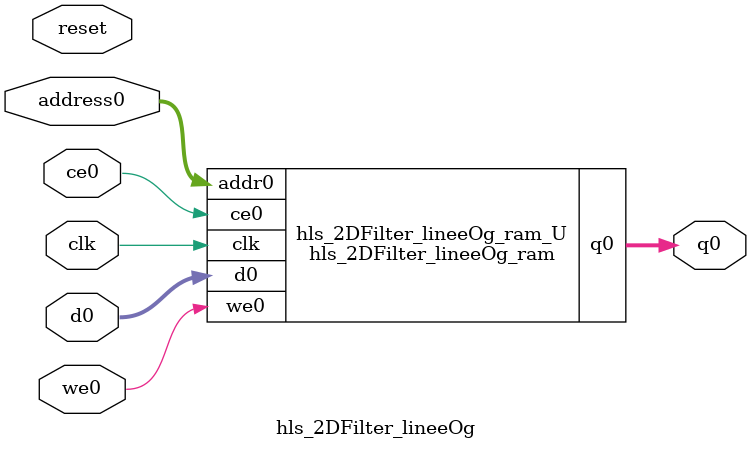
<source format=v>
`timescale 1 ns / 1 ps
module hls_2DFilter_lineeOg_ram (addr0, ce0, d0, we0, q0,  clk);

parameter DWIDTH = 7;
parameter AWIDTH = 11;
parameter MEM_SIZE = 1284;

input[AWIDTH-1:0] addr0;
input ce0;
input[DWIDTH-1:0] d0;
input we0;
output reg[DWIDTH-1:0] q0;
input clk;

(* ram_style = "block" *)reg [DWIDTH-1:0] ram[0:MEM_SIZE-1];




always @(posedge clk)  
begin 
    if (ce0) 
    begin
        if (we0) 
        begin 
            ram[addr0] <= d0; 
        end 
        q0 <= ram[addr0];
    end
end


endmodule

`timescale 1 ns / 1 ps
module hls_2DFilter_lineeOg(
    reset,
    clk,
    address0,
    ce0,
    we0,
    d0,
    q0);

parameter DataWidth = 32'd7;
parameter AddressRange = 32'd1284;
parameter AddressWidth = 32'd11;
input reset;
input clk;
input[AddressWidth - 1:0] address0;
input ce0;
input we0;
input[DataWidth - 1:0] d0;
output[DataWidth - 1:0] q0;



hls_2DFilter_lineeOg_ram hls_2DFilter_lineeOg_ram_U(
    .clk( clk ),
    .addr0( address0 ),
    .ce0( ce0 ),
    .we0( we0 ),
    .d0( d0 ),
    .q0( q0 ));

endmodule


</source>
